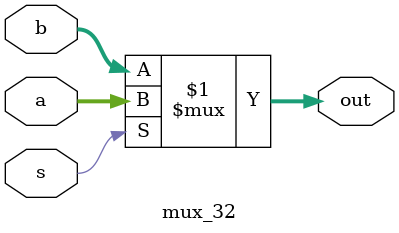
<source format=v>
module mux(a,b,s,out);
	input a,b,s;
	output out;
	assign out = s?a:b;
endmodule

module mux_8(a,b,s,out);
	input [7:0]a,b;
	input s;
	output [7:0]out;
	assign out = s?a:b; 
endmodule

module mux_16(a,b,s,out);
	input [15:0]a,b;
	input s;
	output [15:0]out;
	assign out = s?a:b; 
endmodule

module mux_32(a,b,s,out);
	input [31:0]a,b;
	input s;
	output [31:0]out;
	assign out = s?a:b; 
endmodule

</source>
